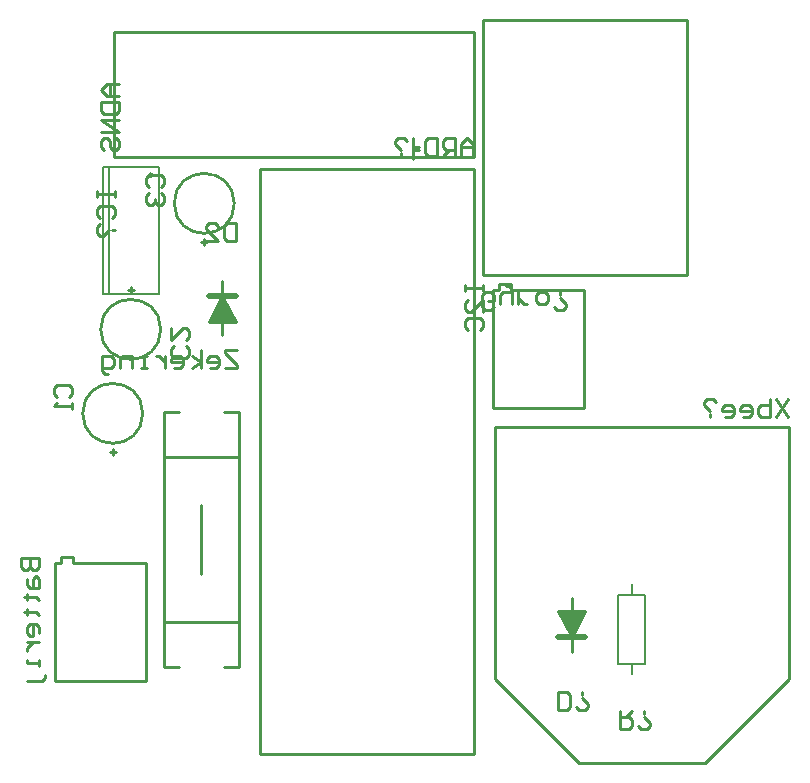
<source format=gto>
G04 Layer_Color=65535*
%FSAX25Y25*%
%MOIN*%
G70*
G01*
G75*
%ADD10C,0.02000*%
%ADD23C,0.00984*%
%ADD24C,0.01000*%
%ADD25C,0.00787*%
%ADD26C,0.00800*%
G36*
X0327098Y0179000D02*
X0331598Y0187500D01*
X0322598D01*
X0327098Y0179000D01*
D02*
G37*
G36*
X0206098Y0284000D02*
X0215098D01*
X0210598Y0292500D01*
X0206098Y0284000D01*
D02*
G37*
D10*
X0331598Y0179000D02*
X0322599D01*
X0215098Y0292500D02*
X0206098D01*
D23*
X0186330Y0333004D02*
G03*
X0186330Y0333004I0000492J0000000D01*
G01*
D24*
X0194600Y0323500D02*
G03*
X0194600Y0323500I0009998J0000000D01*
G01*
X0170100Y0281500D02*
G03*
X0170100Y0281500I0009998J0000000D01*
G01*
X0164100Y0253500D02*
G03*
X0164100Y0253500I0009998J0000000D01*
G01*
X0216098Y0169000D02*
X0211098D01*
X0216098D02*
Y0254000D01*
X0211098D01*
X0196098D02*
X0191098D01*
Y0169000D02*
Y0254000D01*
X0196098Y0169000D02*
X0191098D01*
X0216098Y0184000D02*
X0191098D01*
X0216098Y0239000D02*
X0191098D01*
X0203598Y0200000D02*
Y0223000D01*
X0371598Y0137000D02*
X0329598D01*
X0399598Y0165000D02*
X0371598Y0137000D01*
X0399598Y0165000D02*
Y0249000D01*
X0329598Y0137000D02*
X0301598Y0165000D01*
Y0249000D01*
X0399598D02*
X0301598D01*
X0327098Y0174000D02*
X0327098Y0192000D01*
X0331598Y0187500D02*
X0327098Y0179000D01*
X0322599Y0187500D01*
X0331598D02*
X0322599D01*
X0185255Y0164314D02*
Y0203684D01*
X0185254Y0203685D01*
X0160847D01*
Y0205654D01*
X0156910D01*
Y0203685D02*
Y0205654D01*
Y0203685D02*
X0154941D01*
Y0164315D02*
Y0203685D01*
X0185256Y0164315D02*
X0154941D01*
X0331255Y0255314D02*
Y0294684D01*
X0331254Y0294685D01*
X0306847D01*
Y0296654D01*
X0302910D01*
Y0294685D02*
Y0296654D01*
Y0294685D02*
X0300941D01*
Y0255315D02*
Y0294685D01*
X0331256Y0255315D02*
X0300941D01*
X0210598Y0279500D02*
X0210598Y0297500D01*
Y0292500D02*
X0206098Y0284000D01*
X0215098D02*
X0210598Y0292500D01*
X0215098Y0284000D02*
X0206098D01*
X0204598Y0309500D02*
Y0311500D01*
X0205598Y0310500D02*
X0203598D01*
X0180098Y0293500D02*
Y0295500D01*
X0181098Y0294500D02*
X0179098D01*
X0174098Y0239500D02*
Y0241500D01*
X0175098Y0240500D02*
X0173098D01*
X0294598Y0380500D02*
X0174598D01*
Y0339000D02*
Y0380500D01*
X0294598Y0339000D02*
X0174598D01*
X0294598D02*
Y0380500D01*
X0223098Y0140000D02*
Y0335000D01*
X0294598Y0140000D02*
X0223098D01*
X0294598D02*
Y0335000D01*
X0223098D01*
X0365598Y0384500D02*
X0360098D01*
X0334098D02*
X0297598D01*
Y0299500D02*
Y0384500D01*
X0365598Y0299500D02*
X0297598D01*
X0365598D02*
Y0384500D01*
X0360098D02*
X0334098D01*
X0215548Y0274648D02*
X0211549D01*
Y0273648D01*
X0215548Y0269650D01*
Y0268650D01*
X0211549D01*
X0206551D02*
X0208550D01*
X0209550Y0269650D01*
Y0271649D01*
X0208550Y0272649D01*
X0206551D01*
X0205551Y0271649D01*
Y0270649D01*
X0209550D01*
X0203552Y0268650D02*
Y0274648D01*
Y0270649D02*
X0200553Y0272649D01*
X0203552Y0270649D02*
X0200553Y0268650D01*
X0194555D02*
X0196554D01*
X0197554Y0269650D01*
Y0271649D01*
X0196554Y0272649D01*
X0194555D01*
X0193555Y0271649D01*
Y0270649D01*
X0197554D01*
X0191556Y0272649D02*
Y0268650D01*
Y0270649D01*
X0190556Y0271649D01*
X0189557Y0272649D01*
X0188557D01*
X0185558Y0268650D02*
X0183558D01*
X0184558D01*
Y0272649D01*
X0185558D01*
X0180559Y0268650D02*
Y0272649D01*
X0177560D01*
X0176561Y0271649D01*
Y0268650D01*
X0172562Y0266651D02*
X0171562D01*
X0170563Y0267650D01*
Y0272649D01*
X0173562D01*
X0174561Y0271649D01*
Y0269650D01*
X0173562Y0268650D01*
X0170563D01*
X0399148Y0258448D02*
X0395149Y0252450D01*
Y0258448D02*
X0399148Y0252450D01*
X0393150Y0258448D02*
Y0252450D01*
X0390151D01*
X0389151Y0253450D01*
Y0254449D01*
Y0255449D01*
X0390151Y0256449D01*
X0393150D01*
X0384153Y0252450D02*
X0386152D01*
X0387152Y0253450D01*
Y0255449D01*
X0386152Y0256449D01*
X0384153D01*
X0383153Y0255449D01*
Y0254449D01*
X0387152D01*
X0378155Y0252450D02*
X0380154D01*
X0381154Y0253450D01*
Y0255449D01*
X0380154Y0256449D01*
X0378155D01*
X0377155Y0255449D01*
Y0254449D01*
X0381154D01*
X0375156Y0257448D02*
X0374156Y0258448D01*
X0372157D01*
X0371157Y0257448D01*
Y0256449D01*
X0373156Y0254449D01*
Y0253450D02*
Y0252450D01*
X0343148Y0154350D02*
Y0148352D01*
X0346147D01*
X0347147Y0149352D01*
Y0151351D01*
X0346147Y0152351D01*
X0343148D01*
X0345147D02*
X0347147Y0154350D01*
X0349146Y0149352D02*
X0350146Y0148352D01*
X0352145D01*
X0353145Y0149352D01*
Y0150351D01*
X0351146Y0152351D01*
Y0153350D02*
Y0154350D01*
X0322648Y0154652D02*
Y0160650D01*
X0325647D01*
X0326647Y0159650D01*
Y0155652D01*
X0325647Y0154652D01*
X0322648D01*
X0328646Y0155652D02*
X0329646Y0154652D01*
X0331645D01*
X0332645Y0155652D01*
Y0156651D01*
X0330645Y0158651D01*
Y0159650D02*
Y0160650D01*
X0143450Y0205150D02*
X0149448D01*
Y0202151D01*
X0148448Y0201151D01*
X0147449D01*
X0146449Y0202151D01*
Y0205150D01*
Y0202151D01*
X0145449Y0201151D01*
X0144450D01*
X0143450Y0202151D01*
Y0205150D01*
X0145449Y0198152D02*
Y0196153D01*
X0146449Y0195153D01*
X0149448D01*
Y0198152D01*
X0148448Y0199152D01*
X0147449Y0198152D01*
Y0195153D01*
X0144450Y0192154D02*
X0145449D01*
Y0193154D01*
Y0191155D01*
Y0192154D01*
X0148448D01*
X0149448Y0191155D01*
X0144450Y0187156D02*
X0145449D01*
Y0188155D01*
Y0186156D01*
Y0187156D01*
X0148448D01*
X0149448Y0186156D01*
Y0180158D02*
Y0182157D01*
X0148448Y0183157D01*
X0146449D01*
X0145449Y0182157D01*
Y0180158D01*
X0146449Y0179158D01*
X0147449D01*
Y0183157D01*
X0145449Y0177159D02*
X0149448D01*
X0147449D01*
X0146449Y0176159D01*
X0145449Y0175160D01*
Y0174160D01*
X0149448Y0171161D02*
Y0169162D01*
Y0170161D01*
X0145449D01*
Y0171161D01*
X0151447Y0166163D02*
Y0165163D01*
X0150448Y0164163D01*
X0145449D01*
X0291450Y0296150D02*
Y0294151D01*
Y0295150D01*
X0297448D01*
Y0296150D01*
Y0294151D01*
Y0287153D02*
Y0291152D01*
X0293449Y0287153D01*
X0292450D01*
X0291450Y0288153D01*
Y0290152D01*
X0292450Y0291152D01*
Y0281155D02*
X0291450Y0282154D01*
Y0284154D01*
X0292450Y0285154D01*
X0296448D01*
X0297448Y0284154D01*
Y0282154D01*
X0296448Y0281155D01*
X0168950Y0327650D02*
Y0325651D01*
Y0326650D01*
X0174948D01*
Y0327650D01*
Y0325651D01*
X0169950Y0318653D02*
X0168950Y0319653D01*
Y0321652D01*
X0169950Y0322652D01*
X0173948D01*
X0174948Y0321652D01*
Y0319653D01*
X0173948Y0318653D01*
X0169950Y0316654D02*
X0168950Y0315654D01*
Y0313654D01*
X0169950Y0312655D01*
X0170949D01*
X0172949Y0314654D01*
X0173948D02*
X0174948D01*
X0215048Y0316848D02*
Y0310850D01*
X0212049D01*
X0211049Y0311850D01*
Y0315848D01*
X0212049Y0316848D01*
X0215048D01*
X0205051Y0310850D02*
X0209050D01*
X0205051Y0314849D01*
Y0315848D01*
X0206051Y0316848D01*
X0208050D01*
X0209050Y0315848D01*
X0186150Y0328951D02*
X0185150Y0329951D01*
Y0331950D01*
X0186150Y0332950D01*
X0190148D01*
X0191148Y0331950D01*
Y0329951D01*
X0190148Y0328951D01*
X0186150Y0326952D02*
X0185150Y0325952D01*
Y0323953D01*
X0186150Y0322953D01*
X0187149D01*
X0188149Y0323953D01*
Y0324953D01*
Y0323953D01*
X0189149Y0322953D01*
X0190148D01*
X0191148Y0323953D01*
Y0325952D01*
X0190148Y0326952D01*
X0198546Y0276049D02*
X0199546Y0275049D01*
Y0273050D01*
X0198546Y0272050D01*
X0194548D01*
X0193548Y0273050D01*
Y0275049D01*
X0194548Y0276049D01*
X0193548Y0282047D02*
Y0278048D01*
X0197547Y0282047D01*
X0198546D01*
X0199546Y0281047D01*
Y0279048D01*
X0198546Y0278048D01*
X0155650Y0258951D02*
X0154650Y0259951D01*
Y0261950D01*
X0155650Y0262950D01*
X0159648D01*
X0160648Y0261950D01*
Y0259951D01*
X0159648Y0258951D01*
X0160648Y0256952D02*
Y0254953D01*
Y0255952D01*
X0154650D01*
X0155650Y0256952D01*
X0294148Y0339450D02*
Y0343449D01*
X0292149Y0345448D01*
X0290149Y0343449D01*
Y0339450D01*
Y0342449D01*
X0294148D01*
X0288150Y0339450D02*
Y0345448D01*
X0285151D01*
X0284151Y0344448D01*
Y0342449D01*
X0285151Y0341449D01*
X0288150D01*
X0286151D02*
X0284151Y0339450D01*
X0282152Y0345448D02*
Y0339450D01*
X0279153D01*
X0278153Y0340450D01*
Y0344448D01*
X0279153Y0345448D01*
X0282152D01*
X0276154Y0342449D02*
X0274154D01*
X0276154Y0341449D02*
X0274154D01*
Y0345448D02*
Y0338450D01*
X0272155Y0344448D02*
X0271156Y0345448D01*
X0269156D01*
X0268157Y0344448D01*
Y0343449D01*
X0270156Y0341449D01*
Y0340450D02*
Y0339450D01*
X0301147Y0289052D02*
X0300147Y0288052D01*
X0298148D01*
X0297148Y0289052D01*
Y0293050D01*
X0298148Y0294050D01*
X0300147D01*
X0301147Y0293050D01*
Y0291051D01*
X0299147D01*
X0303146Y0290051D02*
Y0293050D01*
X0304146Y0294050D01*
X0307145D01*
Y0295050D01*
X0306145Y0296049D01*
X0305146D01*
X0307145Y0294050D02*
Y0290051D01*
X0309144D02*
Y0294050D01*
Y0292051D01*
X0310144Y0291051D01*
X0311143Y0290051D01*
X0312143D01*
X0316142Y0294050D02*
X0318141D01*
X0319141Y0293050D01*
Y0291051D01*
X0318141Y0290051D01*
X0316142D01*
X0315142Y0291051D01*
Y0293050D01*
X0316142Y0294050D01*
X0321140Y0289052D02*
X0322140Y0288052D01*
X0324139D01*
X0325139Y0289052D01*
Y0290051D01*
X0323140Y0292051D01*
Y0293050D02*
Y0294050D01*
X0176248Y0363350D02*
X0172249D01*
X0170250Y0361351D01*
X0172249Y0359351D01*
X0176248D01*
X0173249D01*
Y0363350D01*
X0170250Y0357352D02*
X0176248D01*
Y0354353D01*
X0175248Y0353353D01*
X0171250D01*
X0170250Y0354353D01*
Y0357352D01*
X0176248Y0351354D02*
X0170250D01*
X0176248Y0347355D01*
X0170250D01*
X0171250Y0341357D02*
X0170250Y0342357D01*
Y0344356D01*
X0171250Y0345356D01*
X0172249D01*
X0173249Y0344356D01*
Y0342357D01*
X0174249Y0341357D01*
X0175248D01*
X0176248Y0342357D01*
Y0344356D01*
X0175248Y0345356D01*
D25*
X0189382Y0293437D02*
X0170878D01*
X0189382Y0335563D02*
X0170878D01*
X0189382Y0293437D02*
Y0335563D01*
X0170878Y0293437D02*
Y0335563D01*
X0172846Y0293437D02*
Y0335563D01*
X0342598Y0170000D02*
Y0193000D01*
X0351598D02*
X0342598D01*
X0351598Y0170000D02*
Y0193000D01*
X0347098D02*
Y0196500D01*
D26*
Y0166500D02*
Y0170000D01*
X0351598D02*
X0342598D01*
M02*

</source>
